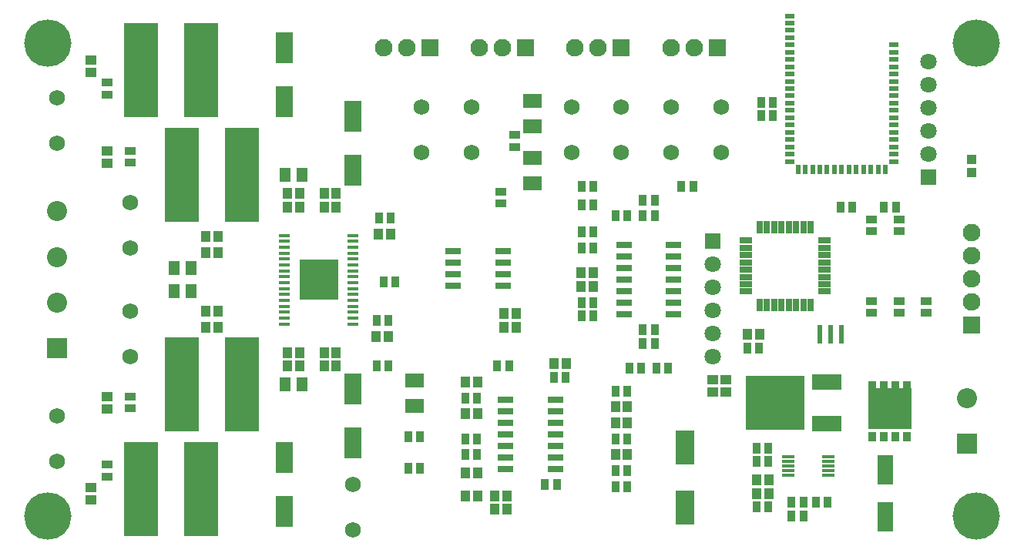
<source format=gts>
G04 Layer_Color=8388736*
%FSLAX24Y24*%
%MOIN*%
G70*
G01*
G75*
%ADD10R,0.0394X0.0236*%
%ADD11R,0.0236X0.0394*%
%ADD68R,0.0670X0.1250*%
%ADD69R,0.0237X0.0828*%
%ADD70R,0.0651X0.0316*%
%ADD71R,0.0830X0.1460*%
%ADD72R,0.1460X0.4100*%
%ADD73R,0.1261X0.0710*%
%ADD74R,0.2521X0.2363*%
%ADD75R,0.0454X0.0612*%
%ADD76R,0.0356X0.0454*%
%ADD77R,0.0454X0.0356*%
%ADD78R,0.0395X0.0395*%
%ADD79R,0.0789X0.0631*%
%ADD80R,0.0415X0.0454*%
%ADD81R,0.0454X0.0415*%
%ADD82R,0.0780X0.1380*%
%ADD83R,0.0540X0.0260*%
%ADD84R,0.0260X0.0540*%
%ADD85R,0.0500X0.0160*%
%ADD86R,0.1658X0.1757*%
%ADD87R,0.0560X0.0150*%
%ADD88R,0.0360X0.0390*%
%ADD89C,0.0867*%
%ADD90R,0.0867X0.0867*%
%ADD91C,0.0680*%
%ADD92C,0.0710*%
%ADD93R,0.0710X0.0710*%
%ADD94C,0.0760*%
%ADD95R,0.0760X0.0760*%
%ADD96R,0.0760X0.0760*%
%ADD97C,0.2049*%
G36*
X38883Y7122D02*
X38912D01*
Y5332D01*
X37072D01*
Y7122D01*
X37101D01*
Y7358D01*
X37383D01*
Y7122D01*
X37601D01*
Y7358D01*
X37883D01*
Y7122D01*
X38101D01*
Y7358D01*
X38383D01*
Y7122D01*
X38601D01*
Y7358D01*
X38883D01*
Y7122D01*
D02*
G37*
G36*
Y4847D02*
X38601D01*
Y5158D01*
X38883D01*
Y4847D01*
D02*
G37*
G36*
X38383D02*
X38101D01*
Y5158D01*
X38383D01*
Y4847D01*
D02*
G37*
G36*
X37883D02*
X37601D01*
Y5158D01*
X37883D01*
Y4847D01*
D02*
G37*
G36*
X37383D02*
X37101D01*
Y5158D01*
X37383D01*
Y4847D01*
D02*
G37*
D10*
X33661Y16929D02*
D03*
Y17244D02*
D03*
Y17559D02*
D03*
Y17874D02*
D03*
Y18189D02*
D03*
Y18504D02*
D03*
Y18819D02*
D03*
Y19134D02*
D03*
Y19449D02*
D03*
Y19764D02*
D03*
Y20079D02*
D03*
Y20394D02*
D03*
Y20709D02*
D03*
Y21024D02*
D03*
Y21339D02*
D03*
Y21654D02*
D03*
Y21969D02*
D03*
Y22283D02*
D03*
Y22598D02*
D03*
Y22913D02*
D03*
Y23228D02*
D03*
X38150Y16929D02*
D03*
Y17244D02*
D03*
Y17559D02*
D03*
Y17874D02*
D03*
Y18189D02*
D03*
Y18504D02*
D03*
Y18819D02*
D03*
Y19134D02*
D03*
Y19449D02*
D03*
Y19764D02*
D03*
Y20079D02*
D03*
Y20394D02*
D03*
Y20709D02*
D03*
Y21024D02*
D03*
Y21339D02*
D03*
Y21654D02*
D03*
Y21969D02*
D03*
D11*
X34016Y16575D02*
D03*
X34331D02*
D03*
X34646D02*
D03*
X34961D02*
D03*
X35276D02*
D03*
X35591D02*
D03*
X35906D02*
D03*
X36220D02*
D03*
X36535D02*
D03*
X36850D02*
D03*
X37165D02*
D03*
X37480D02*
D03*
X37795D02*
D03*
D68*
X37795Y3569D02*
D03*
Y1549D02*
D03*
D69*
X35906Y9449D02*
D03*
X34961D02*
D03*
X35433D02*
D03*
D70*
X21368Y6618D02*
D03*
Y6118D02*
D03*
Y5618D02*
D03*
Y5118D02*
D03*
Y4618D02*
D03*
Y4118D02*
D03*
Y3618D02*
D03*
X23514Y6618D02*
D03*
Y6118D02*
D03*
Y5618D02*
D03*
Y5118D02*
D03*
Y4618D02*
D03*
Y4118D02*
D03*
Y3618D02*
D03*
X26486Y13311D02*
D03*
Y12811D02*
D03*
Y12311D02*
D03*
Y11811D02*
D03*
Y11311D02*
D03*
Y10811D02*
D03*
Y10311D02*
D03*
X28632Y13311D02*
D03*
Y12811D02*
D03*
Y12311D02*
D03*
Y11811D02*
D03*
Y11311D02*
D03*
Y10811D02*
D03*
Y10311D02*
D03*
X19104Y13053D02*
D03*
Y12553D02*
D03*
Y12053D02*
D03*
Y11553D02*
D03*
X21250Y13053D02*
D03*
Y12553D02*
D03*
Y12053D02*
D03*
Y11553D02*
D03*
D71*
X29134Y1948D02*
D03*
Y4548D02*
D03*
D72*
X5590Y20866D02*
D03*
X8190D02*
D03*
X7361Y16339D02*
D03*
X9961D02*
D03*
X7361Y7283D02*
D03*
X9961D02*
D03*
X5590Y2756D02*
D03*
X8190D02*
D03*
D73*
X35268Y5596D02*
D03*
Y7396D02*
D03*
D74*
X33012Y6496D02*
D03*
D75*
X12569Y16339D02*
D03*
X11841D02*
D03*
X7746Y12303D02*
D03*
X7018D02*
D03*
X7746Y11319D02*
D03*
X7018D02*
D03*
X12569Y7283D02*
D03*
X11841D02*
D03*
D76*
X38248Y14961D02*
D03*
X37736D02*
D03*
X21004Y8071D02*
D03*
X21516D02*
D03*
X17677Y5020D02*
D03*
X17165D02*
D03*
X17677Y3642D02*
D03*
X17165D02*
D03*
X23583Y2953D02*
D03*
X23071D02*
D03*
X26634Y3543D02*
D03*
X26122D02*
D03*
X26122Y2854D02*
D03*
X26634D02*
D03*
X19626Y4232D02*
D03*
X20138D02*
D03*
X20138Y4921D02*
D03*
X19626D02*
D03*
X26634Y6988D02*
D03*
X26122D02*
D03*
X26634Y4921D02*
D03*
X26122D02*
D03*
X19626Y6693D02*
D03*
X20138D02*
D03*
X23465Y7579D02*
D03*
X23976D02*
D03*
X16398Y14468D02*
D03*
X15886D02*
D03*
X15787Y10039D02*
D03*
X16299D02*
D03*
X16299Y8071D02*
D03*
X15787D02*
D03*
X25157Y10827D02*
D03*
X24646D02*
D03*
X25157Y10236D02*
D03*
X24646D02*
D03*
X24646Y15059D02*
D03*
X25157D02*
D03*
X25157Y15846D02*
D03*
X24646D02*
D03*
X26713Y7972D02*
D03*
X27224D02*
D03*
X27894D02*
D03*
X28406D02*
D03*
X27815Y14567D02*
D03*
X27303D02*
D03*
X26122D02*
D03*
X26634D02*
D03*
X27815Y15256D02*
D03*
X27303D02*
D03*
X27815Y9646D02*
D03*
X27303D02*
D03*
X24646Y13189D02*
D03*
X25157D02*
D03*
X24646Y13878D02*
D03*
X25157D02*
D03*
X29488Y15846D02*
D03*
X28976D02*
D03*
X27303Y9055D02*
D03*
X27815D02*
D03*
X32933Y18898D02*
D03*
X32421D02*
D03*
X32933Y19488D02*
D03*
X32421D02*
D03*
X35295Y2165D02*
D03*
X34783D02*
D03*
X33740Y1575D02*
D03*
X34252D02*
D03*
X33740Y2165D02*
D03*
X34252D02*
D03*
X32224Y4528D02*
D03*
X32736D02*
D03*
X32224Y3937D02*
D03*
X32736D02*
D03*
Y1969D02*
D03*
X32224D02*
D03*
X35866Y14961D02*
D03*
X36378D02*
D03*
X31831Y8858D02*
D03*
X32343D02*
D03*
X16083Y11713D02*
D03*
X16594D02*
D03*
D77*
X38386Y14429D02*
D03*
Y13917D02*
D03*
X37205Y14429D02*
D03*
Y13917D02*
D03*
Y10374D02*
D03*
Y10886D02*
D03*
X38386Y10374D02*
D03*
Y10886D02*
D03*
X39567Y10374D02*
D03*
Y10886D02*
D03*
X21752Y18071D02*
D03*
Y17559D02*
D03*
X21161Y15098D02*
D03*
Y15610D02*
D03*
X4134Y19823D02*
D03*
Y20335D02*
D03*
X5118Y17382D02*
D03*
Y16870D02*
D03*
Y6752D02*
D03*
Y6240D02*
D03*
X4134Y3287D02*
D03*
Y3799D02*
D03*
D78*
X41535Y16437D02*
D03*
Y17028D02*
D03*
D79*
X22539Y17077D02*
D03*
Y15994D02*
D03*
Y18455D02*
D03*
Y19537D02*
D03*
X17421Y7431D02*
D03*
Y6348D02*
D03*
D80*
X21821Y10335D02*
D03*
X21289D02*
D03*
X21821Y9744D02*
D03*
X21289D02*
D03*
X20148Y3445D02*
D03*
X19616D02*
D03*
X26112Y4232D02*
D03*
X26644D02*
D03*
X20148Y2461D02*
D03*
X19616D02*
D03*
X26644Y6299D02*
D03*
X26112D02*
D03*
X21427Y2461D02*
D03*
X20896D02*
D03*
X21427Y1870D02*
D03*
X20896D02*
D03*
X20148Y7382D02*
D03*
X19616D02*
D03*
X26112Y5610D02*
D03*
X26644D02*
D03*
X20148Y6004D02*
D03*
X19616D02*
D03*
X23986Y8169D02*
D03*
X23455D02*
D03*
X12470Y15551D02*
D03*
X11939D02*
D03*
X12470Y8071D02*
D03*
X11939D02*
D03*
X8396Y13681D02*
D03*
X8927D02*
D03*
X8396Y9744D02*
D03*
X8927D02*
D03*
X14045Y8661D02*
D03*
X13514D02*
D03*
X14045Y15551D02*
D03*
X13514D02*
D03*
X14045Y8071D02*
D03*
X13514D02*
D03*
X11939Y14961D02*
D03*
X12470D02*
D03*
X8927Y12992D02*
D03*
X8396D02*
D03*
X8927Y10433D02*
D03*
X8396D02*
D03*
X11939Y8661D02*
D03*
X12470D02*
D03*
X14045Y14961D02*
D03*
X13514D02*
D03*
X15778Y9350D02*
D03*
X16309D02*
D03*
X16407Y13780D02*
D03*
X15876D02*
D03*
X24636Y12106D02*
D03*
X25167D02*
D03*
Y11516D02*
D03*
X24636D02*
D03*
X32746Y3150D02*
D03*
X32215D02*
D03*
X32746Y2559D02*
D03*
X32215D02*
D03*
X32352Y9449D02*
D03*
X31821D02*
D03*
D81*
X3445Y21329D02*
D03*
Y20797D02*
D03*
X4134Y16860D02*
D03*
Y17392D02*
D03*
Y6230D02*
D03*
Y6762D02*
D03*
X3445Y2825D02*
D03*
Y2293D02*
D03*
X30906Y7470D02*
D03*
Y6939D02*
D03*
X30315Y7470D02*
D03*
Y6939D02*
D03*
D82*
X14764Y18882D02*
D03*
Y16552D02*
D03*
Y4741D02*
D03*
Y7071D02*
D03*
X11811Y21834D02*
D03*
Y19504D02*
D03*
Y1788D02*
D03*
Y4118D02*
D03*
D83*
X31775Y11299D02*
D03*
Y11614D02*
D03*
Y11929D02*
D03*
Y12244D02*
D03*
Y12559D02*
D03*
Y12874D02*
D03*
Y13189D02*
D03*
Y13504D02*
D03*
X35155D02*
D03*
Y13189D02*
D03*
Y12874D02*
D03*
Y12559D02*
D03*
Y12244D02*
D03*
Y11929D02*
D03*
Y11614D02*
D03*
Y11299D02*
D03*
D84*
X32362Y14092D02*
D03*
X32677D02*
D03*
X32992D02*
D03*
X33307D02*
D03*
X33622D02*
D03*
X33937D02*
D03*
X34252D02*
D03*
X34567D02*
D03*
Y10712D02*
D03*
X34252D02*
D03*
X33937D02*
D03*
X33622D02*
D03*
X33307D02*
D03*
X32992D02*
D03*
X32677D02*
D03*
X32362D02*
D03*
D85*
X14772Y9892D02*
D03*
Y10148D02*
D03*
Y10404D02*
D03*
Y10659D02*
D03*
Y10915D02*
D03*
Y11171D02*
D03*
Y11427D02*
D03*
Y11683D02*
D03*
Y11939D02*
D03*
Y12195D02*
D03*
Y12451D02*
D03*
Y12707D02*
D03*
Y12963D02*
D03*
Y13219D02*
D03*
Y13474D02*
D03*
Y13730D02*
D03*
X11802D02*
D03*
Y13474D02*
D03*
Y13219D02*
D03*
Y12963D02*
D03*
Y12707D02*
D03*
Y12451D02*
D03*
Y12195D02*
D03*
Y11939D02*
D03*
Y11683D02*
D03*
Y11427D02*
D03*
Y11171D02*
D03*
Y10915D02*
D03*
Y10659D02*
D03*
Y10404D02*
D03*
Y10148D02*
D03*
Y9892D02*
D03*
D86*
X13287Y11811D02*
D03*
D87*
X33584Y4134D02*
D03*
Y3937D02*
D03*
Y3740D02*
D03*
Y3543D02*
D03*
Y3346D02*
D03*
X35314D02*
D03*
Y3543D02*
D03*
Y3740D02*
D03*
Y3937D02*
D03*
Y4134D02*
D03*
D88*
X37242Y5002D02*
D03*
X37742D02*
D03*
X38242D02*
D03*
X38742D02*
D03*
Y7202D02*
D03*
X38242D02*
D03*
X37742D02*
D03*
X37242D02*
D03*
D89*
X1969Y14764D02*
D03*
Y12795D02*
D03*
Y10827D02*
D03*
X41339Y6693D02*
D03*
D90*
X1969Y8858D02*
D03*
X41339Y4724D02*
D03*
D91*
X19882Y19291D02*
D03*
Y17323D02*
D03*
X17717Y19291D02*
D03*
Y17323D02*
D03*
X26378D02*
D03*
Y19291D02*
D03*
X24213D02*
D03*
Y17323D02*
D03*
X14764Y2953D02*
D03*
Y984D02*
D03*
X1969Y19685D02*
D03*
Y17717D02*
D03*
X5118Y15157D02*
D03*
Y13189D02*
D03*
Y10433D02*
D03*
Y8465D02*
D03*
X1969Y5906D02*
D03*
Y3937D02*
D03*
X30709Y17323D02*
D03*
Y19291D02*
D03*
X28543Y17323D02*
D03*
Y19291D02*
D03*
D92*
X39665Y20240D02*
D03*
Y21240D02*
D03*
Y19240D02*
D03*
Y17240D02*
D03*
Y18240D02*
D03*
X30315Y9484D02*
D03*
Y8484D02*
D03*
Y10484D02*
D03*
Y12484D02*
D03*
Y11484D02*
D03*
D93*
X39665Y16240D02*
D03*
X30315Y13484D02*
D03*
D94*
X41535Y13843D02*
D03*
Y12843D02*
D03*
Y11843D02*
D03*
Y10843D02*
D03*
X24378Y21850D02*
D03*
X25378D02*
D03*
X16110D02*
D03*
X17110D02*
D03*
X20244D02*
D03*
X21244D02*
D03*
X28512D02*
D03*
X29512D02*
D03*
D95*
X41535Y9843D02*
D03*
D96*
X26378Y21850D02*
D03*
X18110D02*
D03*
X22244D02*
D03*
X30512D02*
D03*
D97*
X1575Y22047D02*
D03*
Y1575D02*
D03*
X41732D02*
D03*
Y22047D02*
D03*
M02*

</source>
